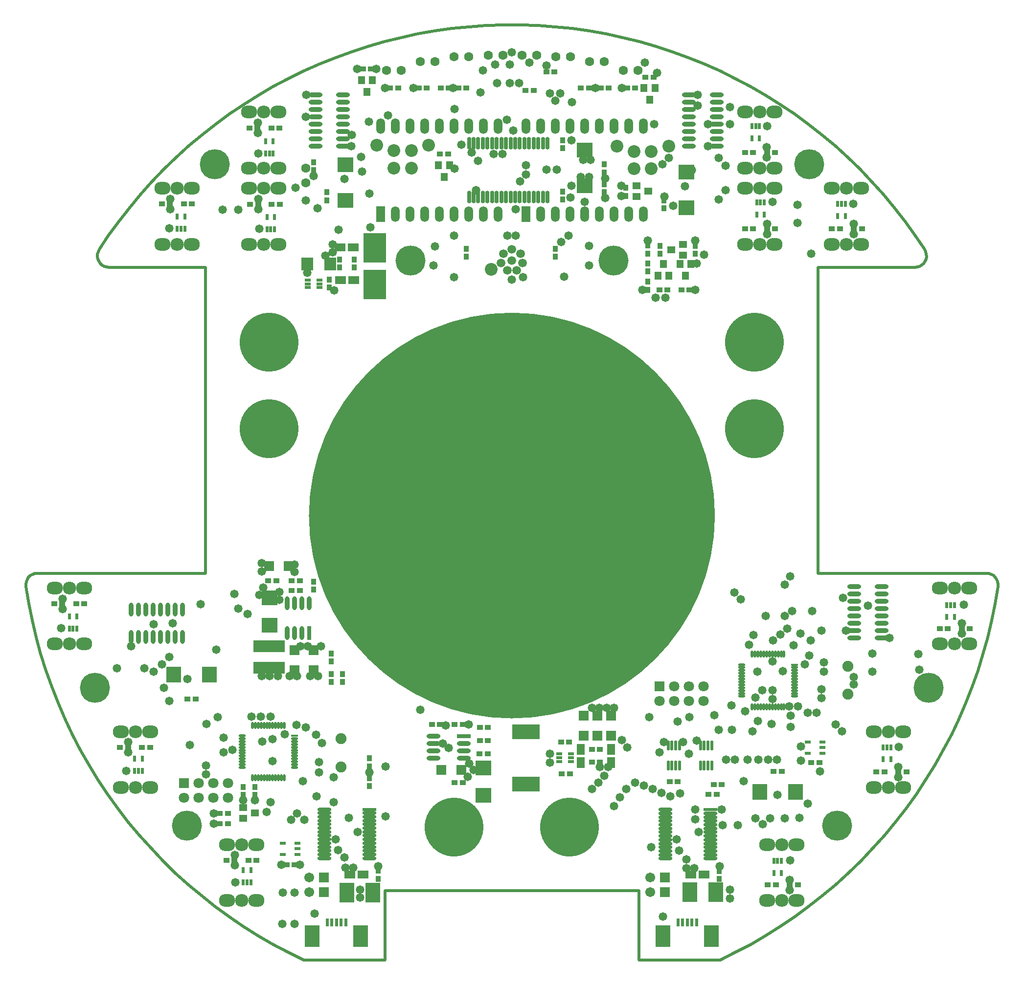
<source format=gbs>
%FSAX25Y25*%
%MOIN*%
G70*
G01*
G75*
G04 Layer_Color=16711935*
%ADD10O,0.08661X0.02362*%
%ADD11R,0.03000X0.03543*%
%ADD12R,0.05118X0.05512*%
%ADD13R,0.05512X0.05118*%
%ADD14R,0.03543X0.03000*%
%ADD15R,0.05000X0.06693*%
%ADD16R,0.04921X0.03937*%
%ADD17R,0.08661X0.02362*%
%ADD18O,0.08661X0.02362*%
%ADD19O,0.02362X0.08661*%
%ADD20R,0.09449X0.09843*%
%ADD21C,0.01575*%
%ADD22C,0.01181*%
%ADD23C,0.00984*%
%ADD24C,0.01000*%
%ADD25C,0.03150*%
%ADD26C,0.03937*%
%ADD27C,0.02756*%
%ADD28C,0.02362*%
%ADD29C,0.00591*%
%ADD30C,0.01969*%
%ADD31C,0.05906*%
%ADD32R,0.05906X0.05906*%
%ADD33C,0.05118*%
%ADD34C,0.07874*%
%ADD35O,0.10236X0.07874*%
%ADD36O,0.08268X0.07874*%
%ADD37R,0.05118X0.09843*%
%ADD38O,0.05118X0.09843*%
%ADD39R,0.06299X0.06299*%
%ADD40C,0.06299*%
%ADD41C,2.75591*%
%ADD42C,0.39370*%
%ADD43C,0.19685*%
%ADD44C,0.05500*%
%ADD45C,0.06693*%
%ADD46C,0.05000*%
%ADD47R,0.09646X0.09843*%
%ADD48R,0.09843X0.09449*%
%ADD49R,0.02362X0.08661*%
%ADD50O,0.02362X0.08661*%
%ADD51R,0.20866X0.07087*%
%ADD52O,0.03937X0.01024*%
%ADD53O,0.01024X0.03937*%
%ADD54R,0.03937X0.01024*%
%ADD55R,0.03543X0.01575*%
%ADD56R,0.09449X0.12598*%
%ADD57R,0.06693X0.05000*%
%ADD58R,0.09843X0.14961*%
%ADD59R,0.01969X0.05512*%
%ADD60O,0.08661X0.01575*%
%ADD61R,0.08661X0.01575*%
%ADD62R,0.18110X0.09252*%
%ADD63O,0.01378X0.06299*%
%ADD64R,0.07087X0.07874*%
%ADD65R,0.03543X0.01575*%
%ADD66R,0.09843X0.09646*%
%ADD67R,0.03937X0.04921*%
%ADD68O,0.02165X0.07874*%
%ADD69R,0.15000X0.19685*%
%ADD70R,0.01575X0.03543*%
%ADD71R,0.06000X0.06299*%
%ADD72R,0.06299X0.06000*%
%ADD73C,0.00787*%
%ADD74C,0.00141*%
%ADD75C,0.01378*%
%ADD76C,0.01200*%
%ADD77O,0.09461X0.03162*%
%ADD78R,0.03800X0.04343*%
%ADD79R,0.05918X0.06312*%
%ADD80R,0.06312X0.05918*%
%ADD81R,0.04343X0.03800*%
%ADD82R,0.05800X0.07493*%
%ADD83R,0.05721X0.04737*%
%ADD84R,0.09461X0.03162*%
%ADD85O,0.09461X0.03162*%
%ADD86O,0.03162X0.09461*%
%ADD87R,0.10249X0.10642*%
%ADD88C,0.06706*%
%ADD89R,0.06706X0.06706*%
%ADD90C,0.05918*%
%ADD91C,0.08674*%
%ADD92O,0.11036X0.08674*%
%ADD93O,0.09068X0.08674*%
%ADD94R,0.05918X0.10642*%
%ADD95O,0.05918X0.10642*%
%ADD96R,0.07099X0.07099*%
%ADD97C,0.07099*%
%ADD98C,2.76391*%
%ADD99C,0.40170*%
%ADD100C,0.20485*%
%ADD101C,0.06300*%
%ADD102C,0.07493*%
%ADD103C,0.05800*%
%ADD104R,0.10446X0.10642*%
%ADD105R,0.10642X0.10249*%
%ADD106R,0.03162X0.09461*%
%ADD107O,0.03162X0.09461*%
%ADD108R,0.21666X0.07887*%
%ADD109O,0.04737X0.01824*%
%ADD110O,0.01824X0.04737*%
%ADD111R,0.04737X0.01824*%
%ADD112R,0.04343X0.02375*%
%ADD113R,0.10249X0.13398*%
%ADD114R,0.07493X0.05800*%
%ADD115O,0.09461X0.02375*%
%ADD116R,0.09461X0.02375*%
%ADD117R,0.18910X0.10052*%
%ADD118O,0.02178X0.07099*%
%ADD119R,0.07887X0.08674*%
%ADD120R,0.04343X0.02375*%
%ADD121R,0.10642X0.10446*%
%ADD122R,0.04737X0.05721*%
%ADD123O,0.02965X0.08674*%
%ADD124R,0.15800X0.20485*%
%ADD125R,0.02375X0.04343*%
%ADD126R,0.06800X0.07099*%
%ADD127R,0.07099X0.06800*%
D24*
X1024795Y0677500D02*
G03*
X1024795Y0677500I-0137795J0000000D01*
G01*
D30*
X1095661Y0638130D02*
Y0846791D01*
Y0638130D02*
X1210338D01*
X1212014Y0637949D01*
X1213613Y0637416D01*
X1215063Y0636555D01*
X1216295Y0635405D01*
X1217255Y0634020D01*
X1217897Y0632461D01*
X1218193Y0630802D01*
X1218130Y0629117D02*
X1218193Y0630802D01*
X1216216Y0617461D02*
X1218130Y0629117D01*
X1213892Y0605880D02*
X1216216Y0617461D01*
X1211161Y0594388D02*
X1213892Y0605880D01*
X1208026Y0583000D02*
X1211161Y0594388D01*
X1204491Y0571729D02*
X1208026Y0583000D01*
X1200560Y0560590D02*
X1204491Y0571729D01*
X1196239Y0549597D02*
X1200560Y0560590D01*
X1191532Y0538763D02*
X1196239Y0549597D01*
X1186446Y0528102D02*
X1191532Y0538763D01*
X1180987Y0517627D02*
X1186446Y0528102D01*
X1175162Y0507352D02*
X1180987Y0517627D01*
X1168978Y0497288D02*
X1175162Y0507352D01*
X1162442Y0487449D02*
X1168978Y0497288D01*
X1155563Y0477846D02*
X1162442Y0487449D01*
X1148350Y0468493D02*
X1155563Y0477846D01*
X1140811Y0459399D02*
X1148350Y0468493D01*
X1132955Y0450578D02*
X1140811Y0459399D01*
X1124794Y0442039D02*
X1132955Y0450578D01*
X1116336Y0433794D02*
X1124794Y0442039D01*
X1107592Y0425852D02*
X1116336Y0433794D01*
X1098574Y0418223D02*
X1107592Y0425852D01*
X1089292Y0410918D02*
X1098574Y0418223D01*
X1079757Y0403945D02*
X1089292Y0410918D01*
X1069983Y0397313D02*
X1079757Y0403945D01*
X1059981Y0391030D02*
X1069983Y0397313D01*
X1049763Y0385103D02*
X1059981Y0391030D01*
X1039343Y0379541D02*
X1049763Y0385103D01*
X1028732Y0374350D02*
X1039343Y0379541D01*
X0973614Y0374350D02*
X1028732D01*
X0973614D02*
Y0421594D01*
X0800386D02*
X0973614D01*
X0800386Y0374350D02*
Y0421594D01*
X0745268Y0374350D02*
X0800386D01*
X0734657Y0379541D02*
X0745268Y0374350D01*
X0724237Y0385103D02*
X0734657Y0379541D01*
X0714019Y0391030D02*
X0724237Y0385103D01*
X0704017Y0397313D02*
X0714019Y0391030D01*
X0694242Y0403945D02*
X0704017Y0397313D01*
X0684708Y0410918D02*
X0694242Y0403945D01*
X0675426Y0418223D02*
X0684708Y0410918D01*
X0666408Y0425852D02*
X0675426Y0418223D01*
X0657664Y0433794D02*
X0666408Y0425852D01*
X0649206Y0442039D02*
X0657664Y0433794D01*
X0641045Y0450578D02*
X0649206Y0442039D01*
X0633189Y0459399D02*
X0641045Y0450578D01*
X0625650Y0468493D02*
X0633189Y0459399D01*
X0618437Y0477846D02*
X0625650Y0468493D01*
X0611558Y0487449D02*
X0618437Y0477846D01*
X0605022Y0497288D02*
X0611558Y0487449D01*
X0598838Y0507352D02*
X0605022Y0497288D01*
X0593013Y0517627D02*
X0598838Y0507352D01*
X0587554Y0528102D02*
X0593013Y0517627D01*
X0582468Y0538763D02*
X0587554Y0528102D01*
X0577761Y0549597D02*
X0582468Y0538763D01*
X0573440Y0560590D02*
X0577761Y0549597D01*
X0569509Y0571729D02*
X0573440Y0560590D01*
X0565974Y0583000D02*
X0569509Y0571729D01*
X0562839Y0594388D02*
X0565974Y0583000D01*
X0560108Y0605880D02*
X0562839Y0594388D01*
X0557784Y0617461D02*
X0560108Y0605880D01*
X0555870Y0629117D02*
X0557784Y0617461D01*
X0555807Y0630802D02*
X0555870Y0629117D01*
X0555807Y0630802D02*
X0556103Y0632461D01*
X0556745Y0634020D01*
X0557705Y0635405D01*
X0558938Y0636555D01*
X0560387Y0637416D01*
X0561986Y0637949D01*
X0563662Y0638130D01*
X0678339D01*
Y0846791D01*
X0612424D02*
X0678339D01*
X0610749Y0846972D02*
X0612424Y0846791D01*
X0609150Y0847504D02*
X0610749Y0846972D01*
X0607701Y0848364D02*
X0609150Y0847504D01*
X0606469Y0849513D02*
X0607701Y0848364D01*
X0605509Y0850898D02*
X0606469Y0849513D01*
X0604866Y0852455D02*
X0605509Y0850898D01*
X0604569Y0854114D02*
X0604866Y0852455D01*
X0604569Y0854114D02*
X0604631Y0855797D01*
X0605051Y0857429D01*
X0605807Y0858934D01*
X0612330Y0868666D01*
X0619190Y0878163D01*
X0626378Y0887414D01*
X0633885Y0896408D01*
X0641703Y0905133D01*
X0649821Y0913580D01*
X0658229Y0921737D01*
X0666919Y0929595D01*
X0675877Y0937144D01*
X0685095Y0944375D01*
X0694560Y0951278D01*
X0704261Y0957847D01*
X0714186Y0964071D01*
X0724323Y0969944D01*
X0734659Y0975459D01*
X0745181Y0980609D01*
X0755878Y0985387D01*
X0766735Y0989788D01*
X0777740Y0993807D01*
X0788878Y0997437D01*
X0800137Y1000676D01*
X0811502Y1003518D01*
X0822960Y1005961D01*
X0834496Y1008001D01*
X0846097Y1009636D01*
X0857748Y1010865D01*
X0869434Y1011684D01*
X0881142Y1012094D01*
X0892858D01*
X0904566Y1011684D01*
X0916252Y1010865D01*
X0927903Y1009636D01*
X0939504Y1008001D01*
X0951040Y1005961D01*
X0962498Y1003518D01*
X0973863Y1000676D01*
X0985122Y0997437D01*
X0996260Y0993807D01*
X1007265Y0989788D01*
X1018122Y0985387D01*
X1028819Y0980609D01*
X1039341Y0975459D01*
X1049677Y0969944D01*
X1059814Y0964071D01*
X1069739Y0957847D01*
X1079440Y0951278D01*
X1088905Y0944375D01*
X1098123Y0937144D01*
X1107081Y0929595D01*
X1115771Y0921737D01*
X1124179Y0913580D01*
X1132297Y0905133D01*
X1140115Y0896408D01*
X1147622Y0887414D01*
X1154810Y0878163D01*
X1161670Y0868666D01*
X1168193Y0858934D01*
X1168949Y0857429D01*
X1169369Y0855797D01*
X1169431Y0854114D01*
X1169134Y0852455D02*
X1169431Y0854114D01*
X1168491Y0850898D02*
X1169134Y0852455D01*
X1167531Y0849513D02*
X1168491Y0850898D01*
X1166298Y0848364D02*
X1167531Y0849513D01*
X1164850Y0847504D02*
X1166298Y0848364D01*
X1163251Y0846972D02*
X1164850Y0847504D01*
X1161576Y0846791D02*
X1163251Y0846972D01*
X1095661Y0846791D02*
X1161576D01*
D58*
X0750965Y0390567D02*
D03*
X0784035D02*
D03*
X0989965D02*
D03*
X1023035D02*
D03*
D59*
X0770650Y0400016D02*
D03*
X0761201D02*
D03*
X0767500D02*
D03*
X0773799D02*
D03*
X0764350D02*
D03*
X1009650D02*
D03*
X1000201D02*
D03*
X1006500D02*
D03*
X1012799D02*
D03*
X1003350D02*
D03*
D77*
X1007551Y0929500D02*
D03*
Y0934500D02*
D03*
Y0939500D02*
D03*
Y0944500D02*
D03*
Y0949500D02*
D03*
Y0954500D02*
D03*
Y0959500D02*
D03*
Y0964500D02*
D03*
X1026449Y0929500D02*
D03*
Y0934500D02*
D03*
Y0939500D02*
D03*
Y0944500D02*
D03*
Y0949500D02*
D03*
Y0954500D02*
D03*
Y0959500D02*
D03*
Y0964500D02*
D03*
X0771949D02*
D03*
Y0959500D02*
D03*
Y0954500D02*
D03*
Y0949500D02*
D03*
Y0944500D02*
D03*
Y0939500D02*
D03*
Y0934500D02*
D03*
Y0929500D02*
D03*
X0753051Y0964500D02*
D03*
Y0959500D02*
D03*
Y0954500D02*
D03*
Y0949500D02*
D03*
Y0944500D02*
D03*
Y0939500D02*
D03*
Y0934500D02*
D03*
Y0929500D02*
D03*
X1120051Y0594000D02*
D03*
Y0599000D02*
D03*
Y0604000D02*
D03*
Y0609000D02*
D03*
Y0614000D02*
D03*
Y0619000D02*
D03*
Y0624000D02*
D03*
Y0629000D02*
D03*
X1138949Y0594000D02*
D03*
Y0599000D02*
D03*
Y0604000D02*
D03*
Y0609000D02*
D03*
Y0614000D02*
D03*
Y0619000D02*
D03*
Y0624000D02*
D03*
Y0629000D02*
D03*
D78*
X0752000Y0632500D02*
D03*
Y0627000D02*
D03*
X0764000Y0578000D02*
D03*
Y0583500D02*
D03*
Y0569500D02*
D03*
Y0564000D02*
D03*
X0771500Y0569500D02*
D03*
Y0564000D02*
D03*
X0795945Y0435276D02*
D03*
Y0429776D02*
D03*
X0790000Y0498500D02*
D03*
Y0493000D02*
D03*
Y0506500D02*
D03*
Y0512000D02*
D03*
X1028279Y0435047D02*
D03*
Y0429547D02*
D03*
X0762500Y0833000D02*
D03*
Y0838500D02*
D03*
X0779626Y0852169D02*
D03*
Y0846669D02*
D03*
X0752000Y0913000D02*
D03*
Y0918500D02*
D03*
X0979500Y0849500D02*
D03*
Y0844000D02*
D03*
X0988000Y0856000D02*
D03*
Y0861500D02*
D03*
X1012000D02*
D03*
Y0856000D02*
D03*
X0856000Y0854000D02*
D03*
Y0859500D02*
D03*
X0916500D02*
D03*
Y0854000D02*
D03*
X0921500Y0933500D02*
D03*
Y0928000D02*
D03*
X0964500Y0895500D02*
D03*
Y0901000D02*
D03*
X0769626Y0852169D02*
D03*
Y0846669D02*
D03*
X0979500Y0831500D02*
D03*
Y0837000D02*
D03*
Y0856200D02*
D03*
Y0861700D02*
D03*
X0712000Y0487012D02*
D03*
Y0492512D02*
D03*
X0761000Y0892500D02*
D03*
Y0898000D02*
D03*
X0990500Y0892500D02*
D03*
Y0887000D02*
D03*
X0921500Y0898500D02*
D03*
Y0893000D02*
D03*
X0950000Y0898000D02*
D03*
Y0903500D02*
D03*
Y0911512D02*
D03*
Y0917012D02*
D03*
X0704000Y0486988D02*
D03*
Y0492488D02*
D03*
D81*
X0671500Y0552500D02*
D03*
X0666000D02*
D03*
X0737000Y0626500D02*
D03*
X0742500D02*
D03*
X0721000Y0633000D02*
D03*
X0726500D02*
D03*
X0737000D02*
D03*
X0742500D02*
D03*
X0688000Y0467500D02*
D03*
X0693500D02*
D03*
Y0474500D02*
D03*
X0688000D02*
D03*
X0739000Y0439500D02*
D03*
X0733500D02*
D03*
X0853500Y0495500D02*
D03*
X0848000D02*
D03*
X0870500Y0515000D02*
D03*
X0865000D02*
D03*
X0865102Y0524029D02*
D03*
X0870602D02*
D03*
X0838000Y0535000D02*
D03*
X0832500D02*
D03*
X0848000D02*
D03*
X0853500D02*
D03*
X0865102Y0533059D02*
D03*
X0870602D02*
D03*
X0994500Y0496000D02*
D03*
X1000000D02*
D03*
X1021000Y0487500D02*
D03*
X1026500D02*
D03*
X1024500Y0494000D02*
D03*
X1030000D02*
D03*
X1065358Y0503031D02*
D03*
X1070858D02*
D03*
X0993000Y0831500D02*
D03*
X0987500D02*
D03*
X1008000D02*
D03*
X1002500D02*
D03*
X0838000Y0924000D02*
D03*
X0843500D02*
D03*
X0910500Y0980000D02*
D03*
X0916000D02*
D03*
X0978000Y0976500D02*
D03*
X0983500D02*
D03*
X0965512Y0969000D02*
D03*
X0971012D02*
D03*
X0580691Y0617315D02*
D03*
X0575191D02*
D03*
X0590191D02*
D03*
X0595691D02*
D03*
X0625500Y0519500D02*
D03*
X0620000D02*
D03*
X0635000D02*
D03*
X0640500D02*
D03*
X0698000Y0442500D02*
D03*
X0692500D02*
D03*
X0707500D02*
D03*
X0713000D02*
D03*
X1076230Y0425687D02*
D03*
X1081730D02*
D03*
X1066730D02*
D03*
X1061230D02*
D03*
X1150230Y0502687D02*
D03*
X1155730D02*
D03*
X1140730D02*
D03*
X1135230D02*
D03*
X1193500Y0600500D02*
D03*
X1199000D02*
D03*
X1184000D02*
D03*
X1178500D02*
D03*
X1120000Y0873000D02*
D03*
X1125500D02*
D03*
X1110500D02*
D03*
X1105000D02*
D03*
X1060811Y0872998D02*
D03*
X1066311D02*
D03*
X1051311D02*
D03*
X1045811D02*
D03*
X1060730Y0925187D02*
D03*
X1066230D02*
D03*
X1051230D02*
D03*
X1045730D02*
D03*
X0714191Y0889813D02*
D03*
X0708691D02*
D03*
X0723338Y0889842D02*
D03*
X0728838D02*
D03*
X0713691Y0941813D02*
D03*
X0708191D02*
D03*
X0723191D02*
D03*
X0728691D02*
D03*
X0654000Y0890000D02*
D03*
X0648500D02*
D03*
X0663500D02*
D03*
X0669000D02*
D03*
X0785500Y0982000D02*
D03*
X0791000D02*
D03*
X0809500Y0969000D02*
D03*
X0804000D02*
D03*
X0829000D02*
D03*
X0823500D02*
D03*
X0838500D02*
D03*
X0844000D02*
D03*
X0856000D02*
D03*
X0850500D02*
D03*
X0901797Y0967500D02*
D03*
X0896297D02*
D03*
X0934000Y0969000D02*
D03*
X0939500D02*
D03*
X0953000D02*
D03*
X0947500D02*
D03*
X1096500Y0509000D02*
D03*
X1091000D02*
D03*
X0926500Y0501500D02*
D03*
X0921000D02*
D03*
X0920500Y0523000D02*
D03*
X0926000D02*
D03*
X0947000Y0509500D02*
D03*
X0941500D02*
D03*
X0947000Y0518000D02*
D03*
X0941500D02*
D03*
D82*
X0934000Y0508945D02*
D03*
Y0517945D02*
D03*
X0954500Y0518000D02*
D03*
Y0509000D02*
D03*
D83*
X0704000Y0471000D02*
D03*
Y0478500D02*
D03*
X0712000Y0474800D02*
D03*
X1003500Y0862500D02*
D03*
Y0855000D02*
D03*
X0995500Y0858700D02*
D03*
X0972000Y0895000D02*
D03*
Y0902500D02*
D03*
X0980000Y0898800D02*
D03*
D84*
X0854177Y0527102D02*
D03*
D85*
X0833705Y0512102D02*
D03*
Y0517102D02*
D03*
Y0522102D02*
D03*
Y0527102D02*
D03*
X0854177Y0512102D02*
D03*
Y0517102D02*
D03*
Y0522102D02*
D03*
D86*
X0627500Y0613449D02*
D03*
X0632500D02*
D03*
X0637500D02*
D03*
X0642500D02*
D03*
X0647500D02*
D03*
X0652500D02*
D03*
X0657500D02*
D03*
X0662500D02*
D03*
X0627500Y0594551D02*
D03*
X0632500D02*
D03*
X0637500D02*
D03*
X0642500D02*
D03*
X0647500D02*
D03*
X0652500D02*
D03*
X0657500D02*
D03*
X0662500D02*
D03*
D88*
X0748945Y0420776D02*
D03*
Y0430776D02*
D03*
X0981279Y0430547D02*
D03*
Y0420547D02*
D03*
D89*
X0758945Y0420776D02*
D03*
Y0430776D02*
D03*
X0991280Y0430547D02*
D03*
Y0420547D02*
D03*
D90*
X0887000Y0851476D02*
D03*
X0892846Y0856142D02*
D03*
X0894291Y0849811D02*
D03*
X0890244Y0844736D02*
D03*
X0883756D02*
D03*
X0879709Y0849811D02*
D03*
X0881153Y0856142D02*
D03*
X0887000Y0858957D02*
D03*
D91*
X0970189Y0914000D02*
D03*
Y0925811D02*
D03*
X0993811Y0929512D02*
D03*
X0958378D02*
D03*
X0982000Y0925811D02*
D03*
Y0914000D02*
D03*
X0818500Y0914500D02*
D03*
Y0926311D02*
D03*
X0794878Y0930012D02*
D03*
X0830311D02*
D03*
X0806689Y0926311D02*
D03*
Y0914500D02*
D03*
X0873000Y0845500D02*
D03*
D92*
X0575461Y0628094D02*
D03*
X0595539D02*
D03*
X0575461Y0589906D02*
D03*
X0595539D02*
D03*
X0620461Y0530094D02*
D03*
X0640539D02*
D03*
X0620461Y0491905D02*
D03*
X0640539D02*
D03*
X0692961Y0453094D02*
D03*
X0713039D02*
D03*
X0692961Y0414906D02*
D03*
X0713039D02*
D03*
X1081039D02*
D03*
X1060961D02*
D03*
X1081039Y0453094D02*
D03*
X1060961D02*
D03*
X1198539Y0589906D02*
D03*
X1178461D02*
D03*
X1198539Y0628094D02*
D03*
X1178461D02*
D03*
X1125039Y0862405D02*
D03*
X1104961D02*
D03*
X1125039Y0900595D02*
D03*
X1104961D02*
D03*
X1066039Y0862405D02*
D03*
X1045961D02*
D03*
X1066039Y0900595D02*
D03*
X1045961D02*
D03*
X1066039Y0914406D02*
D03*
X1045961D02*
D03*
X1066039Y0952594D02*
D03*
X1045961D02*
D03*
X0707961D02*
D03*
X0728039D02*
D03*
X0707961Y0914406D02*
D03*
X0728039D02*
D03*
X0707961Y0900595D02*
D03*
X0728039D02*
D03*
X0707961Y0862405D02*
D03*
X0728039D02*
D03*
X0648961Y0900595D02*
D03*
X0669039D02*
D03*
X0648961Y0862405D02*
D03*
X0669039D02*
D03*
X1153539Y0491905D02*
D03*
X1133461D02*
D03*
X1153539Y0530094D02*
D03*
X1133461D02*
D03*
D93*
X0585500Y0628094D02*
D03*
Y0589906D02*
D03*
X0630500Y0530094D02*
D03*
Y0491905D02*
D03*
X0703000Y0453094D02*
D03*
Y0414906D02*
D03*
X1071000D02*
D03*
Y0453094D02*
D03*
X1188500Y0589906D02*
D03*
Y0628094D02*
D03*
X1115000Y0862405D02*
D03*
Y0900595D02*
D03*
X1056000Y0862405D02*
D03*
Y0900595D02*
D03*
Y0914406D02*
D03*
Y0952594D02*
D03*
X0718000D02*
D03*
Y0914406D02*
D03*
Y0900595D02*
D03*
Y0862405D02*
D03*
X0659000Y0900595D02*
D03*
Y0862405D02*
D03*
X1143500Y0491905D02*
D03*
Y0530094D02*
D03*
D94*
X0896500Y0883000D02*
D03*
X0797500D02*
D03*
D95*
X0906500D02*
D03*
X0916500D02*
D03*
X0926500D02*
D03*
X0936500D02*
D03*
X0946500D02*
D03*
X0956500D02*
D03*
X0966500D02*
D03*
X0976500D02*
D03*
X0896500Y0943000D02*
D03*
X0906500D02*
D03*
X0916500D02*
D03*
X0926500D02*
D03*
X0936500D02*
D03*
X0946500D02*
D03*
X0956500D02*
D03*
X0966500D02*
D03*
X0976500D02*
D03*
X0877500D02*
D03*
X0867500D02*
D03*
X0857500D02*
D03*
X0847500D02*
D03*
X0837500D02*
D03*
X0827500D02*
D03*
X0817500D02*
D03*
X0807500D02*
D03*
X0797500D02*
D03*
X0877500Y0883000D02*
D03*
X0867500D02*
D03*
X0857500D02*
D03*
X0847500D02*
D03*
X0837500D02*
D03*
X0827500D02*
D03*
X0817500D02*
D03*
X0807500D02*
D03*
D96*
X0663500Y0495000D02*
D03*
X0987500Y0561000D02*
D03*
D97*
X0663500Y0485000D02*
D03*
X0673500Y0495000D02*
D03*
Y0485000D02*
D03*
X0683500Y0495000D02*
D03*
Y0485000D02*
D03*
X0693500Y0495000D02*
D03*
Y0485000D02*
D03*
X0987500Y0551000D02*
D03*
X0997500Y0561000D02*
D03*
Y0551000D02*
D03*
X1007500Y0561000D02*
D03*
Y0551000D02*
D03*
X1017500Y0561000D02*
D03*
Y0551000D02*
D03*
D98*
X0887000Y0677500D02*
D03*
D99*
X0847630Y0464902D02*
D03*
X0926370D02*
D03*
X1052354Y0795610D02*
D03*
Y0736555D02*
D03*
X0721646D02*
D03*
Y0795610D02*
D03*
D100*
X0956055Y0851476D02*
D03*
X0817945D02*
D03*
X1089500Y0917000D02*
D03*
X0684500D02*
D03*
X1171000Y0560000D02*
D03*
X0603000D02*
D03*
X1108500Y0466063D02*
D03*
X0665500D02*
D03*
D101*
X0963000Y0981000D02*
D03*
X0973000D02*
D03*
X0824571Y0987000D02*
D03*
X0834571D02*
D03*
X0847643Y0990500D02*
D03*
X0857643D02*
D03*
X0870714Y0991500D02*
D03*
X0880714D02*
D03*
X0893786D02*
D03*
X0903786D02*
D03*
X0916857Y0990500D02*
D03*
X0926857D02*
D03*
X0939929Y0987000D02*
D03*
X0949928D02*
D03*
X0801500Y0981000D02*
D03*
X0811500D02*
D03*
X0746500Y0914500D02*
D03*
Y0904500D02*
D03*
D102*
X1116000Y0574858D02*
D03*
Y0555646D02*
D03*
X0770500Y0525358D02*
D03*
Y0506146D02*
D03*
D103*
X0769000Y0872500D02*
D03*
X0764850Y0862226D02*
D03*
Y0857110D02*
D03*
X0760028Y0854807D02*
D03*
X1057500Y0558500D02*
D03*
X1033000Y0511000D02*
D03*
X0776000Y0471500D02*
D03*
X1132598Y0583382D02*
D03*
X1132500Y0571000D02*
D03*
X1071500Y0571500D02*
D03*
X1120000Y0562500D02*
D03*
X1164500Y0572500D02*
D03*
X0991500Y0826000D02*
D03*
X1013000Y0849500D02*
D03*
X0976000Y0831500D02*
D03*
X0961500Y0902500D02*
D03*
Y0895500D02*
D03*
X0880500Y0924000D02*
D03*
X0920500Y0864000D02*
D03*
X0862500Y0899500D02*
D03*
X0874500Y0924000D02*
D03*
X0859439Y0924939D02*
D03*
X0848000Y0914000D02*
D03*
X0766000Y0831000D02*
D03*
X1120000Y0567500D02*
D03*
X1036500Y0548000D02*
D03*
X1025000Y0541500D02*
D03*
X0982000Y0451500D02*
D03*
X1028500Y0438500D02*
D03*
X0796000D02*
D03*
X0765500Y0499000D02*
D03*
X0913000Y0515000D02*
D03*
Y0509000D02*
D03*
X0722500Y0540500D02*
D03*
X0716000Y0540250D02*
D03*
X0801000Y0506500D02*
D03*
X0965500Y0519500D02*
D03*
X0732081Y0528500D02*
D03*
X0740213Y0534787D02*
D03*
X0962000Y0524500D02*
D03*
X1030000Y0477000D02*
D03*
X0946000Y0495500D02*
D03*
X0950000Y0500000D02*
D03*
X0941500Y0491000D02*
D03*
X0801000Y0472500D02*
D03*
X0842000Y0534500D02*
D03*
X0980500Y0540000D02*
D03*
X0941500Y0546500D02*
D03*
X0946500D02*
D03*
X0951500D02*
D03*
X0824500Y0545000D02*
D03*
X0844000Y0519000D02*
D03*
X0840000Y0522102D02*
D03*
X1035500Y0416500D02*
D03*
Y0422500D02*
D03*
X0783500Y0417000D02*
D03*
Y0422500D02*
D03*
X0952500Y0506000D02*
D03*
X0947000D02*
D03*
X0857000Y0499500D02*
D03*
X0861000Y0504000D02*
D03*
X0858000Y0508500D02*
D03*
X0757000Y0588500D02*
D03*
X0748000D02*
D03*
X0742752D02*
D03*
X0715000Y0623500D02*
D03*
X0728500Y0620000D02*
D03*
Y0625500D02*
D03*
X0717500Y0628500D02*
D03*
X0716500Y0639500D02*
D03*
Y0645000D02*
D03*
X0985000Y0826000D02*
D03*
X1018000Y0855500D02*
D03*
X0956500Y0546500D02*
D03*
X0790500Y0874000D02*
D03*
X0752000Y0909000D02*
D03*
X1051000Y0530500D02*
D03*
X0720000Y0475500D02*
D03*
X0722500Y0482000D02*
D03*
X1097000Y0503000D02*
D03*
X1084000Y0510500D02*
D03*
X1028000Y0531500D02*
D03*
X1164000Y0583000D02*
D03*
X0785000Y0912000D02*
D03*
X0675000Y0617000D02*
D03*
X0746500Y0892500D02*
D03*
X0739500Y0901000D02*
D03*
X1089500Y0582000D02*
D03*
X0730000Y0439500D02*
D03*
X0742500D02*
D03*
X0712000Y0483500D02*
D03*
X0704000D02*
D03*
X0755500Y0502500D02*
D03*
Y0509500D02*
D03*
X0739000Y0399000D02*
D03*
X0730500D02*
D03*
X0731000Y0420500D02*
D03*
X0739000D02*
D03*
X0745500Y0470000D02*
D03*
X0754000Y0486000D02*
D03*
X0744500Y0496500D02*
D03*
X1076500Y0636000D02*
D03*
X1073000Y0630500D02*
D03*
X0707000Y0610500D02*
D03*
X0789500Y0946000D02*
D03*
X0700500Y0614000D02*
D03*
X0727500Y0568000D02*
D03*
X0685500Y0586000D02*
D03*
X0794500Y0982000D02*
D03*
X0984000Y0944500D02*
D03*
X0989500Y0917000D02*
D03*
X1012000Y0831500D02*
D03*
X0847500Y0868500D02*
D03*
X0922500Y0840500D02*
D03*
X0887000Y0838500D02*
D03*
X0747626Y0843193D02*
D03*
X0698000Y0624000D02*
D03*
X0925500Y0868500D02*
D03*
X1012000Y0865000D02*
D03*
X0979500D02*
D03*
X0857500Y0535000D02*
D03*
X1030500Y0466500D02*
D03*
X0956500Y0479500D02*
D03*
X1077000Y0533500D02*
D03*
X0960500Y0485500D02*
D03*
X1047500Y0511000D02*
D03*
X1039000D02*
D03*
X1098000Y0599000D02*
D03*
X1048500Y0589500D02*
D03*
X1086500Y0576000D02*
D03*
X1076000Y0547500D02*
D03*
X0709500Y0540500D02*
D03*
X0790000Y0502500D02*
D03*
X0724000Y0510000D02*
D03*
X0765500Y0482000D02*
D03*
X0724000Y0525000D02*
D03*
X0717000Y0523500D02*
D03*
X0678500Y0507000D02*
D03*
X0740500Y0474500D02*
D03*
X0757500Y0522500D02*
D03*
X0678500Y0501000D02*
D03*
X0736500Y0470000D02*
D03*
X0753500Y0528000D02*
D03*
X1144264Y0594000D02*
D03*
X0773043Y0907000D02*
D03*
X0778000Y0937000D02*
D03*
X0746500Y0949500D02*
D03*
X0747000Y0964500D02*
D03*
X0777500Y0929500D02*
D03*
X0913000Y0965500D02*
D03*
X0899000Y0986500D02*
D03*
X0877000Y0972500D02*
D03*
X0867331Y0981000D02*
D03*
X0962000Y0969000D02*
D03*
X0800500D02*
D03*
X0715000Y0873000D02*
D03*
X0781500Y0982000D02*
D03*
X0991000Y0895000D02*
D03*
X0986000Y0979500D02*
D03*
X0977500Y0986500D02*
D03*
X1067858Y0487032D02*
D03*
X0990000Y0404000D02*
D03*
X1011279Y0437047D02*
D03*
X1005779D02*
D03*
X1006000Y0443000D02*
D03*
X0999279Y0456547D02*
D03*
X1000780Y0449047D02*
D03*
X0950500Y0907500D02*
D03*
X0939500Y0908500D02*
D03*
X0934000D02*
D03*
X1112500Y0621500D02*
D03*
X1129500Y0616000D02*
D03*
X0653500Y0581000D02*
D03*
X0666000Y0566000D02*
D03*
X0653500Y0551000D02*
D03*
X0627500Y0588500D02*
D03*
X0656000Y0604000D02*
D03*
X0643000Y0603500D02*
D03*
X0927000Y0894500D02*
D03*
X0892500Y0905500D02*
D03*
X0927500Y0902500D02*
D03*
Y0933500D02*
D03*
X0917500Y0913500D02*
D03*
X0936500Y0891500D02*
D03*
X0864000Y0919500D02*
D03*
X0896500Y0910000D02*
D03*
Y0916500D02*
D03*
X0910500Y0913500D02*
D03*
X0888000Y0940000D02*
D03*
X1054297Y0571142D02*
D03*
X1064500Y0558500D02*
D03*
Y0578174D02*
D03*
X0781949Y0461772D02*
D03*
X0768445Y0449276D02*
D03*
X0773445Y0437276D02*
D03*
X0778945D02*
D03*
X0766945Y0456776D02*
D03*
X0752500Y0406000D02*
D03*
X0772945Y0444276D02*
D03*
X1051500Y0596000D02*
D03*
X1053000Y0553500D02*
D03*
X1054500Y0537500D02*
D03*
X1098000Y0553000D02*
D03*
X1099500Y0571000D02*
D03*
Y0577500D02*
D03*
X0714282Y0893339D02*
D03*
Y0886339D02*
D03*
X1090500Y0592500D02*
D03*
X1074500Y0600500D02*
D03*
X0852500Y0930500D02*
D03*
X1119909Y0876474D02*
D03*
Y0869474D02*
D03*
X1119639Y0890179D02*
D03*
X0580782Y0620841D02*
D03*
Y0613841D02*
D03*
X0580006Y0600778D02*
D03*
X0625591Y0523026D02*
D03*
Y0516026D02*
D03*
X0624257Y0503393D02*
D03*
X0698091Y0446026D02*
D03*
Y0439026D02*
D03*
X0698500Y0427500D02*
D03*
X1076140Y0429161D02*
D03*
Y0422161D02*
D03*
X1076494Y0442222D02*
D03*
X1150140Y0499161D02*
D03*
Y0506161D02*
D03*
X1150668Y0519780D02*
D03*
X1193410Y0603974D02*
D03*
Y0596974D02*
D03*
X1194743Y0616607D02*
D03*
X1060721Y0876472D02*
D03*
Y0869472D02*
D03*
X1064436Y0891378D02*
D03*
X1060640Y0928661D02*
D03*
Y0921661D02*
D03*
X1061000Y0943000D02*
D03*
X0713781Y0938339D02*
D03*
Y0945339D02*
D03*
X0714216Y0924365D02*
D03*
X0654090Y0893526D02*
D03*
Y0886526D02*
D03*
X0653506Y0873278D02*
D03*
X0889500Y0886500D02*
D03*
X0883500Y0947500D02*
D03*
X0935500Y0920000D02*
D03*
X0940500D02*
D03*
X0950500Y0894000D02*
D03*
X0847500Y0840000D02*
D03*
X0884000Y0868500D02*
D03*
X0894500Y0840000D02*
D03*
X0889500Y0868500D02*
D03*
X1064000Y0535500D02*
D03*
X0944000Y0969000D02*
D03*
X0865500Y0966000D02*
D03*
X0847000Y0969000D02*
D03*
X0820000D02*
D03*
X0690000Y0886000D02*
D03*
X0700500D02*
D03*
X1035500Y0944500D02*
D03*
Y0956000D02*
D03*
X1081500Y0889500D02*
D03*
Y0877000D02*
D03*
X1091000Y0856000D02*
D03*
X1032500Y0916000D02*
D03*
X1028000Y0921500D02*
D03*
Y0893000D02*
D03*
X1032500Y0899500D02*
D03*
X1082858Y0471531D02*
D03*
X0754500Y0887000D02*
D03*
X0784264Y0922000D02*
D03*
X1052858Y0471032D02*
D03*
X0994000Y0921500D02*
D03*
X1073000Y0471000D02*
D03*
X0892000Y0972500D02*
D03*
X1005000Y0902000D02*
D03*
X1045000Y0496500D02*
D03*
X1088500Y0481000D02*
D03*
X0885500Y0972500D02*
D03*
X0875500Y0985000D02*
D03*
X0887000Y0993500D02*
D03*
X1063000Y0471000D02*
D03*
X1112000Y0530500D02*
D03*
X0643000Y0571000D02*
D03*
X1057858Y0467142D02*
D03*
X1107500Y0535000D02*
D03*
X0648500Y0576000D02*
D03*
X0636500Y0573500D02*
D03*
X0618000D02*
D03*
X0920000Y0965500D02*
D03*
X1020500Y0944500D02*
D03*
X1013500Y0957000D02*
D03*
Y0964500D02*
D03*
X1020500Y0929500D02*
D03*
X0739000Y0644000D02*
D03*
Y0639000D02*
D03*
X0722000Y0568000D02*
D03*
X0716500D02*
D03*
X0790000Y0897000D02*
D03*
X1009500Y0913000D02*
D03*
X0997000Y0888831D02*
D03*
X0885500Y0985000D02*
D03*
X0910500Y0984500D02*
D03*
X0916500Y0960500D02*
D03*
X0848000Y0954634D02*
D03*
X0928000Y0959500D02*
D03*
X0802500Y0950500D02*
D03*
X1098000Y0559000D02*
D03*
X0735500Y0568000D02*
D03*
X0740500D02*
D03*
X0749500D02*
D03*
X0755000D02*
D03*
X0746500Y0533000D02*
D03*
X0679000Y0535500D02*
D03*
X0686500Y0540000D02*
D03*
X1070000Y0596500D02*
D03*
X1073000Y0609000D02*
D03*
X1078000Y0612500D02*
D03*
X1091500D02*
D03*
X0650000Y0560000D02*
D03*
X1041000Y0466500D02*
D03*
X1088500Y0543000D02*
D03*
X1094500D02*
D03*
X1082000Y0547500D02*
D03*
X1055000Y0511000D02*
D03*
X0684000Y0474500D02*
D03*
Y0467500D02*
D03*
X0696590Y0517590D02*
D03*
X0690500Y0526000D02*
D03*
Y0516000D02*
D03*
X0667500Y0521000D02*
D03*
X0999986Y0537026D02*
D03*
X1083500Y0597000D02*
D03*
X1079000Y0589000D02*
D03*
X1065000Y0592500D02*
D03*
X1060000Y0609000D02*
D03*
X1043000Y0620500D02*
D03*
X1038500Y0625000D02*
D03*
X1046000Y0544000D02*
D03*
X1037000Y0531500D02*
D03*
X1008000Y0540000D02*
D03*
X1084000Y0520000D02*
D03*
X1077000Y0541000D02*
D03*
X1114500Y0599000D02*
D03*
X1067500Y0511000D02*
D03*
X1061500D02*
D03*
X1014283Y0461543D02*
D03*
X0989000Y0488500D02*
D03*
X0995000Y0486000D02*
D03*
X1012000Y0470500D02*
D03*
X0965000Y0491000D02*
D03*
X0971000Y0495500D02*
D03*
X0977000Y0493500D02*
D03*
X1012000Y0477000D02*
D03*
X1001500Y0488000D02*
D03*
X0983000Y0491000D02*
D03*
X0990500Y0523000D02*
D03*
X1003500D02*
D03*
X0987500Y0516000D02*
D03*
X1013000Y0524000D02*
D03*
X1007500Y0514964D02*
D03*
X1064475Y0552525D02*
D03*
X0939500Y0861500D02*
D03*
Y0848000D02*
D03*
X0833500D02*
D03*
X0834500Y0861000D02*
D03*
D104*
X0656535Y0569000D02*
D03*
X0680748D02*
D03*
X1080106Y0489032D02*
D03*
X1055894D02*
D03*
D105*
X0722000Y0621390D02*
D03*
Y0602610D02*
D03*
X0867500Y0505390D02*
D03*
Y0486610D02*
D03*
D106*
X0749000Y0597264D02*
D03*
D107*
X0734000Y0617736D02*
D03*
X0739000D02*
D03*
X0744000D02*
D03*
X0749000D02*
D03*
X0734000Y0597264D02*
D03*
X0739000D02*
D03*
X0744000D02*
D03*
D108*
X0721500Y0573716D02*
D03*
Y0588283D02*
D03*
D109*
X0738950Y0511611D02*
D03*
Y0509642D02*
D03*
Y0519485D02*
D03*
Y0525390D02*
D03*
Y0513579D02*
D03*
X0703124Y0527359D02*
D03*
Y0525390D02*
D03*
Y0523422D02*
D03*
Y0519485D02*
D03*
Y0517516D02*
D03*
Y0515548D02*
D03*
Y0513579D02*
D03*
X0738950Y0517516D02*
D03*
Y0515548D02*
D03*
Y0521453D02*
D03*
X0703124Y0505705D02*
D03*
Y0507674D02*
D03*
Y0509642D02*
D03*
Y0511611D02*
D03*
Y0521453D02*
D03*
X0738950Y0507674D02*
D03*
Y0505705D02*
D03*
Y0523422D02*
D03*
X1079450Y0560111D02*
D03*
Y0558142D02*
D03*
Y0567985D02*
D03*
Y0573890D02*
D03*
Y0562079D02*
D03*
X1043624Y0575859D02*
D03*
Y0573890D02*
D03*
Y0571922D02*
D03*
Y0567985D02*
D03*
Y0566016D02*
D03*
Y0564048D02*
D03*
Y0562079D02*
D03*
X1079450Y0566016D02*
D03*
Y0564048D02*
D03*
Y0569953D02*
D03*
X1043624Y0554205D02*
D03*
Y0556174D02*
D03*
Y0558142D02*
D03*
Y0560111D02*
D03*
Y0569953D02*
D03*
X1079450Y0556174D02*
D03*
Y0554205D02*
D03*
Y0571922D02*
D03*
D110*
X0731864Y0498619D02*
D03*
Y0534445D02*
D03*
X0729895D02*
D03*
Y0498619D02*
D03*
X0727927Y0534445D02*
D03*
X0725958D02*
D03*
X0722021Y0498619D02*
D03*
X0718084D02*
D03*
X0723990Y0534445D02*
D03*
X0720053D02*
D03*
X0718084D02*
D03*
X0714147D02*
D03*
X0712179Y0498619D02*
D03*
X0710210D02*
D03*
Y0534445D02*
D03*
X0727927Y0498619D02*
D03*
X0716116D02*
D03*
X0714147D02*
D03*
X0712179Y0534445D02*
D03*
X0716116D02*
D03*
X0722021D02*
D03*
X0725958Y0498619D02*
D03*
X0723990D02*
D03*
X0720053D02*
D03*
X1072364Y0547119D02*
D03*
Y0582945D02*
D03*
X1070395D02*
D03*
Y0547119D02*
D03*
X1068427Y0582945D02*
D03*
X1066458D02*
D03*
X1062521Y0547119D02*
D03*
X1058584D02*
D03*
X1064490Y0582945D02*
D03*
X1060553D02*
D03*
X1058584D02*
D03*
X1054647D02*
D03*
X1052679Y0547119D02*
D03*
X1050710D02*
D03*
Y0582945D02*
D03*
X1068427Y0547119D02*
D03*
X1056616D02*
D03*
X1054647D02*
D03*
X1052679Y0582945D02*
D03*
X1056616D02*
D03*
X1062521D02*
D03*
X1066458Y0547119D02*
D03*
X1064490D02*
D03*
X1060553D02*
D03*
D111*
X0738950Y0527358D02*
D03*
X1079450Y0575858D02*
D03*
D112*
X0741000Y0454000D02*
D03*
Y0446480D02*
D03*
Y0450248D02*
D03*
X0730803Y0446480D02*
D03*
Y0454000D02*
D03*
X0747732Y0835500D02*
D03*
X0756000Y0838059D02*
D03*
Y0832941D02*
D03*
Y0835500D02*
D03*
X0747732Y0832941D02*
D03*
X1098575Y0523000D02*
D03*
Y0515480D02*
D03*
Y0519248D02*
D03*
X1088378Y0515480D02*
D03*
Y0523000D02*
D03*
X0927328Y0512333D02*
D03*
X0919061Y0509774D02*
D03*
Y0514892D02*
D03*
Y0512333D02*
D03*
X0927328Y0514892D02*
D03*
D113*
X0792161Y0420276D02*
D03*
X0774445D02*
D03*
X1025996Y0420547D02*
D03*
X1008280D02*
D03*
D114*
X0785445Y0432776D02*
D03*
X0776445D02*
D03*
X1017780Y0432547D02*
D03*
X1008780D02*
D03*
X0779126Y0838169D02*
D03*
X0770126D02*
D03*
X0770000Y0860500D02*
D03*
X0779000D02*
D03*
D115*
X0759276Y0443858D02*
D03*
Y0446417D02*
D03*
Y0448976D02*
D03*
Y0451535D02*
D03*
Y0454094D02*
D03*
Y0456653D02*
D03*
Y0459213D02*
D03*
Y0461772D02*
D03*
Y0464331D02*
D03*
Y0466890D02*
D03*
Y0469449D02*
D03*
Y0472008D02*
D03*
Y0474567D02*
D03*
Y0477126D02*
D03*
X0789984Y0443858D02*
D03*
Y0446417D02*
D03*
Y0448976D02*
D03*
Y0451535D02*
D03*
Y0454094D02*
D03*
Y0456653D02*
D03*
Y0459213D02*
D03*
Y0461772D02*
D03*
Y0464331D02*
D03*
Y0466890D02*
D03*
Y0469449D02*
D03*
Y0472008D02*
D03*
Y0474567D02*
D03*
X0991610Y0443630D02*
D03*
Y0446189D02*
D03*
Y0448748D02*
D03*
Y0451307D02*
D03*
Y0453866D02*
D03*
Y0456425D02*
D03*
Y0458984D02*
D03*
Y0461543D02*
D03*
Y0464102D02*
D03*
Y0466661D02*
D03*
Y0469220D02*
D03*
Y0471779D02*
D03*
Y0474339D02*
D03*
Y0476898D02*
D03*
X1022319Y0443630D02*
D03*
Y0446189D02*
D03*
Y0448748D02*
D03*
Y0451307D02*
D03*
Y0453866D02*
D03*
Y0456425D02*
D03*
Y0458984D02*
D03*
Y0461543D02*
D03*
Y0464102D02*
D03*
Y0466661D02*
D03*
Y0469220D02*
D03*
Y0471779D02*
D03*
Y0474339D02*
D03*
D116*
X0789984Y0477126D02*
D03*
X1022319Y0476898D02*
D03*
D117*
X0896441Y0529917D02*
D03*
Y0494287D02*
D03*
D118*
X1015441Y0520571D02*
D03*
X1018000D02*
D03*
X1020559D02*
D03*
X1023118D02*
D03*
X1015441Y0506988D02*
D03*
X1018000D02*
D03*
X1020559D02*
D03*
X1023118D02*
D03*
X0993461Y0520724D02*
D03*
X0996020D02*
D03*
X0998579D02*
D03*
X1001138D02*
D03*
X0993461Y0507142D02*
D03*
X0996020D02*
D03*
X0998579D02*
D03*
X1001138D02*
D03*
D119*
X0747626Y0849000D02*
D03*
X0763374D02*
D03*
D120*
X0747732Y0838059D02*
D03*
X0927328Y0509774D02*
D03*
D121*
X0773500Y0916606D02*
D03*
Y0892394D02*
D03*
X0936500Y0902394D02*
D03*
Y0926606D02*
D03*
X1006000Y0887394D02*
D03*
Y0911606D02*
D03*
D122*
X0994000Y0841000D02*
D03*
X0986500D02*
D03*
X0990200Y0849000D02*
D03*
X1001500D02*
D03*
X1009000D02*
D03*
X1005300Y0841000D02*
D03*
X0837000Y0916500D02*
D03*
X0844500D02*
D03*
X0840800Y0908500D02*
D03*
X0784500Y0974500D02*
D03*
X0792000D02*
D03*
X0788300Y0966500D02*
D03*
X0977000Y0969000D02*
D03*
X0984500D02*
D03*
X0980800Y0961000D02*
D03*
D123*
X0911272Y0894594D02*
D03*
X0908122D02*
D03*
X0904972D02*
D03*
X0901823D02*
D03*
X0898673D02*
D03*
X0895524D02*
D03*
X0892374D02*
D03*
X0889224D02*
D03*
X0886075D02*
D03*
X0882925D02*
D03*
X0879776D02*
D03*
X0876626D02*
D03*
X0873476D02*
D03*
X0870327D02*
D03*
X0867177D02*
D03*
X0864028D02*
D03*
X0860878D02*
D03*
X0857728D02*
D03*
X0911272Y0931406D02*
D03*
X0908122D02*
D03*
X0904972D02*
D03*
X0901823D02*
D03*
X0898673D02*
D03*
X0895524D02*
D03*
X0892374D02*
D03*
X0889224D02*
D03*
X0886075D02*
D03*
X0882925D02*
D03*
X0879776D02*
D03*
X0876626D02*
D03*
X0873476D02*
D03*
X0870327D02*
D03*
X0867177D02*
D03*
X0864028D02*
D03*
X0860878D02*
D03*
X0857728D02*
D03*
D124*
X0793500Y0860039D02*
D03*
Y0834961D02*
D03*
D125*
X0590559Y0600500D02*
D03*
X0585441D02*
D03*
X0588000D02*
D03*
X0585441Y0608768D02*
D03*
X0590559D02*
D03*
X0635059Y0503500D02*
D03*
X0629941D02*
D03*
X0632500D02*
D03*
X0629941Y0511768D02*
D03*
X0635059D02*
D03*
X0709059Y0427500D02*
D03*
X0703941D02*
D03*
X0706500D02*
D03*
X0703941Y0435768D02*
D03*
X0709059D02*
D03*
X1065404Y0442082D02*
D03*
X1070522D02*
D03*
X1067963D02*
D03*
X1070522Y0433814D02*
D03*
X1065404D02*
D03*
X1139941Y0519500D02*
D03*
X1145059D02*
D03*
X1142500D02*
D03*
X1145059Y0511232D02*
D03*
X1139941D02*
D03*
X1183294Y0616486D02*
D03*
X1188412D02*
D03*
X1185853D02*
D03*
X1188412Y0608219D02*
D03*
X1183294D02*
D03*
X1108941Y0890000D02*
D03*
X1114059D02*
D03*
X1111500D02*
D03*
X1114059Y0881732D02*
D03*
X1108941D02*
D03*
X1053752Y0890998D02*
D03*
X1058870D02*
D03*
X1056311D02*
D03*
X1058870Y0882730D02*
D03*
X1053752D02*
D03*
X1050584Y0942917D02*
D03*
X1055702D02*
D03*
X1053144D02*
D03*
X1055702Y0934649D02*
D03*
X1050584D02*
D03*
X0725198Y0872821D02*
D03*
X0720080D02*
D03*
X0722639D02*
D03*
X0720080Y0881089D02*
D03*
X0725198D02*
D03*
X0724343Y0924365D02*
D03*
X0719225D02*
D03*
X0721784D02*
D03*
X0719225Y0932632D02*
D03*
X0724343D02*
D03*
X0664059Y0873000D02*
D03*
X0658941D02*
D03*
X0661500D02*
D03*
X0658941Y0881268D02*
D03*
X0664059D02*
D03*
D126*
X0954500Y0527500D02*
D03*
Y0541000D02*
D03*
X0936000Y0527500D02*
D03*
Y0541000D02*
D03*
X0945250Y0527500D02*
D03*
Y0541000D02*
D03*
X0751889Y0572037D02*
D03*
Y0585537D02*
D03*
X0738815Y0572037D02*
D03*
Y0585537D02*
D03*
D127*
X0735000Y0643000D02*
D03*
X0721500D02*
D03*
X0839000Y0504000D02*
D03*
X0852500D02*
D03*
M02*

</source>
